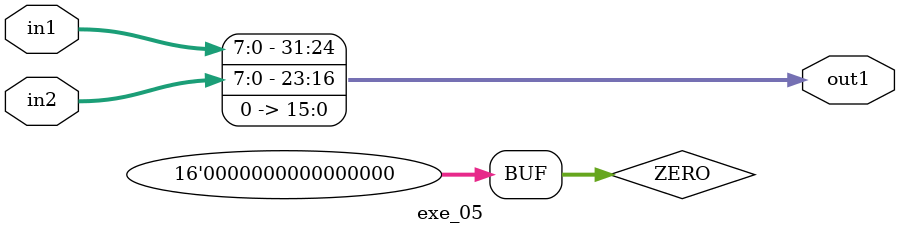
<source format=sv>
/**
*Codigo teste de modulo Aula2
*
*Autor: Víctor Vinicius Welter
*
*Data: Setembro de 2022
*
*Especificacao:
● Crie um projeto exe_5 que possui as entradas in{1,2} ambas de 8 bits e uma saída 
out1 de 32 bits. Adicione uma constante ZERO de 16 bits com todos bits em zero 
(para isso use ZERO = ‘0;). O circuito deve ter o seguinte comportamento:
○ out1 recebe in1 na parte mais significativa seguido por in2
○ Os 16 bits vagos de out1 na parte menos significativa devem receber ZERO
● Atribuir para os sinais
○ in1 é forçado para 10 (em hexadecimal) -> force /exe_4/in1 10
○ in2 é forçado para 20 (em hexadecimal) -> force /exe_4/in2 20
*/

module exe_05 (
    input logic [7:0] in1,
    input logic [7:0] in2,

    output logic [31:0] out1
);
  
    const logic [15:0] ZERO = 0;

    assign out1 = {in1, in2, ZERO};
    
endmodule
</source>
